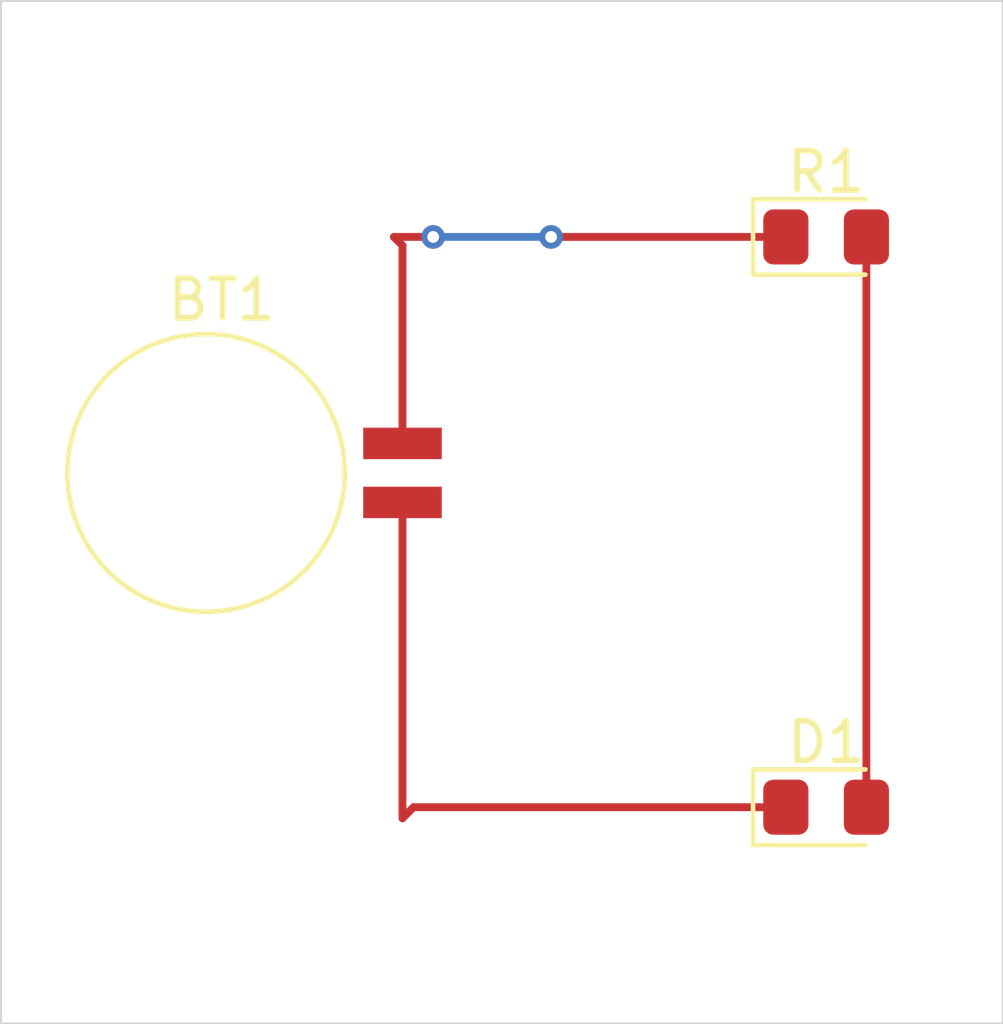
<source format=kicad_pcb>
(kicad_pcb (version 20240108) (generator "pcbnew") (generator_version "8.0")
  (title_block (title "KiCad Workshop Project ") (date "2024-10-31") (rev "1") (company "Formula Slug ") (comment 1 "By: Alejandro Munoz "))
  (layers (0 "F.Cu" signal) (31 "B.Cu" signal) (34 "B.Paste" user) (35 "F.Paste" user) (36 "B.SilkS" user "B.Silkscreen") (37 "F.SilkS" user "F.Silkscreen") (38 "B.Mask" user) (39 "F.Mask" user) (44 "Edge.Cuts" user))
  (net 0 "")
  (net 1 "Net-(BT1--)")
  (net 2 "Net-(BT1-+)")
  (net 3 "Net-(D1-A)")
  (footprint "LED_SMD:LED_0805_2012Metric_Pad1.15x1.40mm_HandSolder" (layer "F.Cu") (at 116 75.5)
    (property "Reference" "R1" (at 0 -1.65 0) (layer "F.SilkS"))
    (property "Value" "R")
    (fp_line (start -1.86 -0.96) (end -1.86 0.96) (stroke (width 0.12)) (layer "F.SilkS"))
    (fp_line (start -1.86 0.96) (end 1 0.96) (stroke (width 0.12)) (layer "F.SilkS"))
    (fp_line (start 1 -0.96) (end -1.86 -0.96) (stroke (width 0.12)) (layer "F.SilkS"))
    (pad "1" smd roundrect (at -1.025 0) (size 1.15 1.4) (layers "F.Cu" "F.Paste" "F.Mask") (roundrect_rratio 0.217391) (net 2 "Net-(BT1-+)"))
    (pad "2" smd roundrect (at 1.025 0) (size 1.15 1.4) (layers "F.Cu" "F.Paste" "F.Mask") (roundrect_rratio 0.217391) (net 3 "Net-(D1-A)"))
  )
  (footprint "Battery:BatteryHolder_Seiko_MS621F" (layer "F.Cu") (at 105.218102 81.5)
    (property "Reference" "BT1" (at -4.6 -4.4 0) (layer "F.SilkS"))
    (property "Value" "Battery_Cell")
    (fp_circle (center -5 0) (end -1.47 0) (stroke (width 0.12)) (fill none) (layer "F.SilkS"))
    (pad "1" smd rect (at 0 -0.75) (size 2 0.8) (layers "F.Cu" "F.Paste" "F.Mask") (net 2 "Net-(BT1-+)"))
    (pad "2" smd rect (at 0 0.75) (size 2 0.8) (layers "F.Cu" "F.Paste" "F.Mask") (net 1 "Net-(BT1--)"))
  )
  (footprint "LED_SMD:LED_0805_2012Metric_Pad1.15x1.40mm_HandSolder" (layer "F.Cu") (at 116 90)
    (property "Reference" "D1" (at 0 -1.65 0) (layer "F.SilkS"))
    (property "Value" "LED")
    (fp_line (start -1.86 -0.96) (end -1.86 0.96) (stroke (width 0.12)) (layer "F.SilkS"))
    (fp_line (start -1.86 0.96) (end 1 0.96) (stroke (width 0.12)) (layer "F.SilkS"))
    (fp_line (start 1 -0.96) (end -1.86 -0.96) (stroke (width 0.12)) (layer "F.SilkS"))
    (pad "1" smd roundrect (at -1.025 0) (size 1.15 1.4) (layers "F.Cu" "F.Paste" "F.Mask") (roundrect_rratio 0.217391) (net 1 "Net-(BT1--)"))
    (pad "2" smd roundrect (at 1.025 0) (size 1.15 1.4) (layers "F.Cu" "F.Paste" "F.Mask") (roundrect_rratio 0.217391) (net 3 "Net-(D1-A)"))
  )
  (gr_rect (start 95 69.5) (end 120.5 95.5) (stroke (width 0.05)) (fill none) (layer "Edge.Cuts"))
  (segment (start 105.218102 90.281898) (end 105.218102 82.25) (width 0.2) (layer "F.Cu") (net 1))
  (segment (start 105.5 90) (end 105.218102 90.281898) (width 0.2) (layer "F.Cu") (net 1))
  (segment (start 114.975 90) (end 105.5 90) (width 0.2) (layer "F.Cu") (net 1))
  (segment (start 109 75.5) (end 114.975 75.5) (width 0.2) (layer "F.Cu") (net 2))
  (segment (start 105 75.5) (end 106 75.5) (width 0.2) (layer "F.Cu") (net 2))
  (segment (start 105.218102 75.718102) (end 105 75.5) (width 0.2) (layer "F.Cu") (net 2))
  (segment (start 105.218102 80.75) (end 105.218102 75.718102) (width 0.2) (layer "F.Cu") (net 2))
  (via (at 106 75.5) (size 0.6) (drill 0.3) (layers "F.Cu" "B.Cu") (net 2))
  (via (at 109 75.5) (size 0.6) (drill 0.3) (layers "F.Cu" "B.Cu") (net 2))
  (segment (start 106 75.5) (end 109 75.5) (width 0.2) (layer "B.Cu") (net 2))
  (segment (start 117.025 75.5) (end 117.025 90) (width 0.2) (layer "F.Cu") (net 3))
)
</source>
